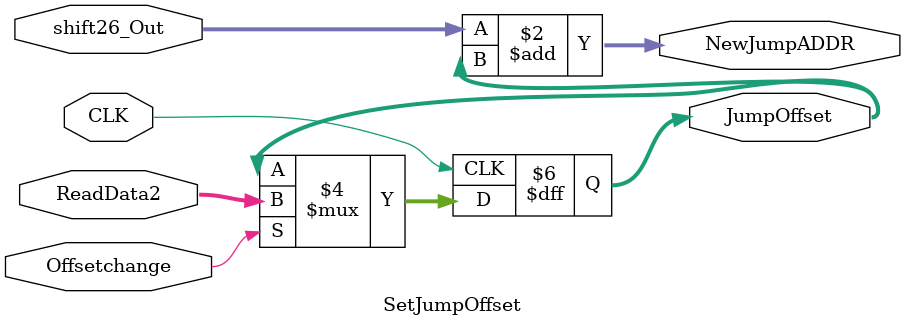
<source format=v>
module SetJumpOffset(CLK,ReadData2, Offsetchange, NewJumpADDR, shift26_Out, JumpOffset);
 input CLK;
 input [31:0] ReadData2;
 input Offsetchange;
 output [31:0] NewJumpADDR;
 input [31:0] shift26_Out;
 output reg [31:0] JumpOffset;
 
 initial begin
		JumpOffset <= 0;
	end
	always@(posedge CLK)begin
		if(Offsetchange)begin
			JumpOffset <= ReadData2;
		end
		
	end
	assign NewJumpADDR = shift26_Out + JumpOffset;
endmodule

</source>
